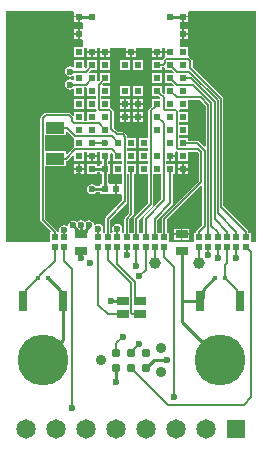
<source format=gtl>
G04*
G04 #@! TF.GenerationSoftware,Altium Limited,Altium Designer,21.6.4 (81)*
G04*
G04 Layer_Physical_Order=1*
G04 Layer_Color=255*
%FSLAX44Y44*%
%MOMM*%
G71*
G04*
G04 #@! TF.SameCoordinates,6D38FECB-4D46-452B-8F31-296BD34E144B*
G04*
G04*
G04 #@! TF.FilePolarity,Positive*
G04*
G01*
G75*
%ADD10C,0.1270*%
%ADD11C,0.2540*%
%ADD15C,0.1520*%
%ADD16R,0.3600X0.3500*%
%ADD17R,0.5500X0.5200*%
%ADD18R,0.8000X1.7000*%
%ADD19R,1.5500X1.0000*%
%ADD21R,1.0200X0.6400*%
%ADD22R,0.6200X0.6200*%
%ADD23R,0.6000X0.6000*%
%ADD24R,1.0000X0.8000*%
%ADD39C,1.0000*%
%ADD40C,0.7900*%
%ADD41C,0.1524*%
%ADD42C,1.6500*%
%ADD43R,1.6500X1.6500*%
%ADD44C,0.9000*%
%ADD45C,4.3000*%
%ADD46C,0.6000*%
G36*
X61730Y394652D02*
Y391762D01*
X66000D01*
Y391000D01*
X66762D01*
Y386730D01*
X68102D01*
X69000Y385832D01*
X69000Y380270D01*
X66762D01*
Y376000D01*
X66000D01*
D01*
X66762D01*
Y371730D01*
X68102D01*
X69000Y370832D01*
X69000Y365270D01*
X61730D01*
Y356730D01*
X70270D01*
Y364000D01*
X72730D01*
Y361762D01*
X77000D01*
X81270D01*
Y364000D01*
X83730D01*
Y361762D01*
X88000D01*
Y361000D01*
D01*
Y361762D01*
X92270D01*
Y364000D01*
X101800D01*
X105730D01*
Y361762D01*
X110000D01*
X114270D01*
Y364000D01*
X127730Y364000D01*
Y361762D01*
X132000D01*
X136270D01*
Y364000D01*
X138730D01*
Y361762D01*
X143000D01*
Y360238D01*
X138730D01*
Y357110D01*
X138377Y356873D01*
X136722Y355218D01*
X136300Y354588D01*
X136237Y354270D01*
X127730D01*
Y345730D01*
X136270D01*
Y348058D01*
X136500D01*
X137243Y348206D01*
X137460Y348350D01*
X138730Y347797D01*
Y345730D01*
X144523D01*
X145810Y344443D01*
X145324Y343270D01*
X138730D01*
Y334730D01*
X144523D01*
X145810Y333443D01*
X145324Y332270D01*
X138730D01*
Y325856D01*
X137557Y325370D01*
X136270Y326657D01*
Y332270D01*
X127730D01*
Y323730D01*
X133343D01*
X134533Y322540D01*
X134007Y321270D01*
X127730D01*
Y315657D01*
X125036Y312964D01*
X124588Y312292D01*
X124430Y311500D01*
Y288270D01*
X116730D01*
Y279730D01*
X124430D01*
Y277270D01*
X116730D01*
Y268730D01*
X124430D01*
Y266270D01*
X116730D01*
Y257730D01*
X124430D01*
Y233357D01*
X112536Y221464D01*
X112088Y220792D01*
X111930Y220000D01*
Y207870D01*
X107942D01*
Y219195D01*
X111373Y222626D01*
X111373Y222627D01*
X111794Y223257D01*
X111942Y224000D01*
Y257730D01*
X114270D01*
Y266270D01*
X106570D01*
Y268730D01*
X114270D01*
Y277270D01*
X106570D01*
Y279730D01*
X114270D01*
Y288270D01*
X106570D01*
Y289250D01*
X106412Y290042D01*
X105963Y290714D01*
X103963Y292714D01*
X103292Y293162D01*
X102500Y293320D01*
X98607D01*
X95100Y296827D01*
Y310610D01*
X94942Y311402D01*
X94494Y312073D01*
X93603Y312964D01*
X92932Y313412D01*
X92270Y313544D01*
Y321270D01*
X84570D01*
Y323730D01*
X92270D01*
Y332270D01*
X85993D01*
X85467Y333540D01*
X86657Y334730D01*
X92270D01*
Y343270D01*
X83730D01*
Y337657D01*
X82443Y336370D01*
X81270Y336856D01*
Y343270D01*
X74856D01*
X74370Y344443D01*
X75657Y345730D01*
X81270D01*
Y354270D01*
X72730D01*
Y348657D01*
X71540Y347467D01*
X70270Y347993D01*
Y354270D01*
X61730D01*
Y348671D01*
X60460Y347992D01*
X59666Y348522D01*
X58000Y348854D01*
X56334Y348522D01*
X54921Y347579D01*
X53978Y346166D01*
X53646Y344500D01*
X53978Y342834D01*
X54921Y341422D01*
X56334Y340478D01*
X58000Y340146D01*
X59666Y340478D01*
X60460Y341008D01*
X61730Y340329D01*
Y337671D01*
X60460Y336992D01*
X59666Y337522D01*
X58000Y337854D01*
X56334Y337522D01*
X54921Y336578D01*
X53978Y335166D01*
X53646Y333500D01*
X53978Y331834D01*
X54921Y330421D01*
X56334Y329478D01*
X58000Y329146D01*
X59666Y329478D01*
X60460Y330008D01*
X61730Y329329D01*
Y323730D01*
X70270D01*
Y331221D01*
X71540Y331399D01*
X72730Y330469D01*
Y323730D01*
X80430D01*
Y321270D01*
X72730D01*
Y312730D01*
X80430D01*
Y312391D01*
X80588Y311598D01*
X80627Y311540D01*
X79948Y310270D01*
X72730D01*
Y302570D01*
X70270D01*
Y310270D01*
X61730D01*
Y307493D01*
X60460Y306967D01*
X58464Y308964D01*
X57792Y309412D01*
X57000Y309570D01*
X37500D01*
X36708Y309412D01*
X36037Y308964D01*
X33537Y306464D01*
X33088Y305792D01*
X32930Y305000D01*
Y218750D01*
X33088Y217958D01*
X33537Y217286D01*
X41683Y209140D01*
X41157Y207870D01*
X40980D01*
Y200130D01*
X39764Y200000D01*
X4078D01*
X4078Y395922D01*
X60730Y395922D01*
X61730Y394652D01*
D02*
G37*
G36*
X173058Y315695D02*
Y281029D01*
X171884Y280543D01*
X166964Y285464D01*
X166292Y285912D01*
X165500Y286070D01*
X158270D01*
Y288270D01*
X150570D01*
Y290730D01*
X158270D01*
Y299270D01*
X150570D01*
Y301730D01*
X158270D01*
Y310270D01*
X150570D01*
Y310610D01*
X150412Y311402D01*
X150373Y311460D01*
X151052Y312730D01*
X158270D01*
Y320558D01*
X168195D01*
X173058Y315695D01*
D02*
G37*
G36*
X61037Y288036D02*
X61708Y287588D01*
X61730Y287583D01*
Y280419D01*
X61707Y280414D01*
X61035Y279965D01*
X55693Y274623D01*
X54520Y275109D01*
Y277020D01*
X37070D01*
Y290480D01*
X54520D01*
Y292894D01*
X55693Y293380D01*
X61037Y288036D01*
D02*
G37*
G36*
X83730Y268730D02*
X85410D01*
Y266270D01*
X83730D01*
Y264590D01*
X81270D01*
Y266270D01*
X72730D01*
Y257730D01*
X81270D01*
Y259410D01*
X83730D01*
Y257730D01*
X85410D01*
Y249120D01*
X83630D01*
Y247340D01*
X80189D01*
X79862Y247829D01*
X78450Y248772D01*
X76784Y249104D01*
X75118Y248772D01*
X73705Y247829D01*
X72761Y246416D01*
X72430Y244750D01*
X72761Y243084D01*
X73705Y241672D01*
X75118Y240728D01*
X76784Y240396D01*
X78450Y240728D01*
X79862Y241672D01*
X80189Y242160D01*
X83630D01*
Y240380D01*
X91360D01*
X92370Y240380D01*
X93640Y240380D01*
X96238D01*
Y244750D01*
Y249120D01*
X93640D01*
X92630Y249120D01*
X91488Y249120D01*
X90590Y250018D01*
Y257730D01*
X92270D01*
Y266270D01*
X90590D01*
Y268730D01*
X92270D01*
Y275004D01*
X93540Y275530D01*
X94730Y274340D01*
Y268730D01*
X102430D01*
Y266270D01*
X94730D01*
Y257730D01*
X102430D01*
Y249626D01*
X101370Y249120D01*
X101160Y249120D01*
X97762D01*
Y244750D01*
Y240380D01*
X101160D01*
X101370Y240380D01*
X102430Y239874D01*
Y235357D01*
X88536Y221464D01*
X88088Y220792D01*
X87930Y220000D01*
Y207870D01*
X86404D01*
X85726Y209140D01*
X86022Y209584D01*
X86354Y211250D01*
X86022Y212916D01*
X85078Y214328D01*
X83666Y215272D01*
X82000Y215604D01*
X80334Y215272D01*
X79549Y214748D01*
X78148Y215283D01*
X78022Y215916D01*
X77078Y217328D01*
X75666Y218272D01*
X74000Y218604D01*
X72334Y218272D01*
X70922Y217328D01*
X70578D01*
X69166Y218272D01*
X67500Y218604D01*
X65834Y218272D01*
X65240Y217876D01*
X64250Y217409D01*
X63260Y217876D01*
X62666Y218272D01*
X61000Y218604D01*
X59334Y218272D01*
X57922Y217328D01*
X56978Y215916D01*
X56646Y214250D01*
X56652Y214223D01*
X55509Y213459D01*
X54666Y214022D01*
X53000Y214354D01*
X51334Y214022D01*
X49921Y213078D01*
X48978Y211666D01*
X48646Y210000D01*
X48715Y209657D01*
X47759Y208612D01*
X47405Y208683D01*
X47044Y208880D01*
X46912Y209542D01*
X46464Y210214D01*
X37070Y219607D01*
Y264480D01*
X54520D01*
Y267436D01*
X54750Y268678D01*
X55543Y268836D01*
X56215Y269285D01*
X60557Y273627D01*
X61730Y273141D01*
Y268730D01*
X70270D01*
Y276428D01*
X72730D01*
Y273762D01*
X77000D01*
X81270D01*
Y276428D01*
X83730D01*
Y268730D01*
D02*
G37*
G36*
X148598Y276838D02*
X149390Y276680D01*
X149730D01*
Y268730D01*
X158270D01*
Y276680D01*
X165893D01*
X167180Y275393D01*
Y252107D01*
X136537Y221464D01*
X136088Y220792D01*
X135930Y220000D01*
Y207870D01*
X132070D01*
Y219143D01*
X144464Y231536D01*
X144912Y232208D01*
X145070Y233000D01*
Y257730D01*
X147270D01*
Y266270D01*
X139570D01*
Y268730D01*
X142238D01*
Y273000D01*
X143000D01*
Y273762D01*
X147270D01*
Y276198D01*
X148540Y276877D01*
X148598Y276838D01*
D02*
G37*
G36*
X135430Y236357D02*
X120536Y221464D01*
X120088Y220792D01*
X119930Y220000D01*
Y207870D01*
X116070D01*
Y219143D01*
X127963Y231036D01*
X128412Y231708D01*
X128570Y232500D01*
Y257730D01*
X135430D01*
Y236357D01*
D02*
G37*
G36*
X108058Y224804D02*
X104627Y221373D01*
X104206Y220743D01*
X104058Y220000D01*
Y207870D01*
X102404D01*
X101726Y209140D01*
X102022Y209584D01*
X102354Y211250D01*
X102022Y212916D01*
X101079Y214328D01*
X99666Y215272D01*
X98000Y215604D01*
X96334Y215272D01*
X94922Y214328D01*
X93978Y212916D01*
X93646Y211250D01*
X93978Y209584D01*
X94274Y209140D01*
X93596Y207870D01*
X92070D01*
Y219143D01*
X105963Y233036D01*
X106412Y233708D01*
X106570Y234500D01*
Y257730D01*
X108058D01*
Y224804D01*
D02*
G37*
G36*
X215922Y200000D02*
X212236D01*
X211020Y200130D01*
Y207870D01*
X209765D01*
X208942Y208750D01*
X208794Y209493D01*
X208373Y210123D01*
X187942Y230555D01*
Y321500D01*
X187794Y322243D01*
X187373Y322873D01*
X161942Y348304D01*
Y353250D01*
X161794Y353993D01*
X161373Y354623D01*
X159123Y356873D01*
X158493Y357295D01*
X158270Y357339D01*
Y365270D01*
X151899D01*
X151001Y366168D01*
X151001Y371730D01*
X153238D01*
Y376000D01*
Y380270D01*
X151899D01*
X151001Y381168D01*
X151001Y386730D01*
X153238D01*
Y391000D01*
X154000D01*
Y391762D01*
X158270D01*
Y395270D01*
X159270Y395922D01*
X215922Y395922D01*
X215922Y200000D01*
D02*
G37*
G36*
X170180Y247594D02*
Y214857D01*
X165536Y210214D01*
X165088Y209542D01*
X164930Y208750D01*
Y207870D01*
X162980D01*
Y200130D01*
X161764Y200000D01*
X143236D01*
X142020Y200130D01*
Y207870D01*
X140070D01*
Y219143D01*
X169007Y248080D01*
X170180Y247594D01*
D02*
G37*
%LPC*%
G36*
X65238Y390238D02*
X61730D01*
Y386730D01*
X65238D01*
Y390238D01*
D02*
G37*
G36*
Y380270D02*
X61730D01*
Y376762D01*
X65238D01*
Y380270D01*
D02*
G37*
G36*
Y375238D02*
X61730D01*
Y371730D01*
X65238D01*
Y375238D01*
D02*
G37*
G36*
X136270Y360238D02*
X132762D01*
Y356730D01*
X136270D01*
Y360238D01*
D02*
G37*
G36*
X131238D02*
X127730D01*
Y356730D01*
X131238D01*
Y360238D01*
D02*
G37*
G36*
X114270D02*
X110762D01*
Y356730D01*
X114270D01*
Y360238D01*
D02*
G37*
G36*
X109238D02*
X105730D01*
Y356730D01*
X109238D01*
Y360238D01*
D02*
G37*
G36*
X92270D02*
X88762D01*
Y356730D01*
X92270D01*
Y360238D01*
D02*
G37*
G36*
X87238D02*
X83730D01*
Y356730D01*
X87238D01*
Y360238D01*
D02*
G37*
G36*
X81270D02*
X77762D01*
Y356730D01*
X81270D01*
Y360238D01*
D02*
G37*
G36*
X76238D02*
X72730D01*
Y356730D01*
X76238D01*
Y360238D01*
D02*
G37*
G36*
X92270Y354270D02*
X83730D01*
Y345730D01*
X92270D01*
Y354270D01*
D02*
G37*
G36*
X119770Y354270D02*
X111230D01*
Y345730D01*
X119770D01*
Y354270D01*
D02*
G37*
G36*
X108770D02*
X100230D01*
Y345730D01*
X108770D01*
Y354270D01*
D02*
G37*
G36*
X136270Y343270D02*
X127730D01*
Y334730D01*
X136270D01*
Y343270D01*
D02*
G37*
G36*
X119770Y332270D02*
X111230D01*
Y323730D01*
X119770D01*
Y332270D01*
D02*
G37*
G36*
X108770D02*
X100230D01*
Y323730D01*
X108770D01*
Y332270D01*
D02*
G37*
G36*
X119770Y321270D02*
X116262D01*
Y317762D01*
X119770D01*
Y321270D01*
D02*
G37*
G36*
X108770D02*
X105262D01*
Y317762D01*
X108770D01*
Y321270D01*
D02*
G37*
G36*
X103738D02*
X100230D01*
Y317762D01*
X103738D01*
Y321270D01*
D02*
G37*
G36*
X114738D02*
X111230D01*
Y317762D01*
X114738D01*
Y321270D01*
D02*
G37*
G36*
X70270Y321270D02*
X61730D01*
Y312730D01*
X70270D01*
Y321270D01*
D02*
G37*
G36*
X119770Y316238D02*
X116262D01*
Y312730D01*
X119770D01*
Y316238D01*
D02*
G37*
G36*
X114738D02*
X111230D01*
Y312730D01*
X114738D01*
Y316238D01*
D02*
G37*
G36*
X108770D02*
X105262D01*
Y312730D01*
X108770D01*
Y316238D01*
D02*
G37*
G36*
X103738D02*
X100230D01*
Y312730D01*
X103738D01*
Y316238D01*
D02*
G37*
G36*
X119770Y310270D02*
X116262D01*
Y306762D01*
X119770D01*
Y310270D01*
D02*
G37*
G36*
X108770D02*
X105262D01*
Y306762D01*
X108770D01*
Y310270D01*
D02*
G37*
G36*
X103738D02*
X100230D01*
Y306762D01*
X103738D01*
Y310270D01*
D02*
G37*
G36*
X114738D02*
X111230D01*
Y306762D01*
X114738D01*
Y310270D01*
D02*
G37*
G36*
X119770Y305238D02*
X116262D01*
Y301730D01*
X119770D01*
Y305238D01*
D02*
G37*
G36*
X114738D02*
X111230D01*
Y301730D01*
X114738D01*
Y305238D01*
D02*
G37*
G36*
X108770D02*
X105262D01*
Y301730D01*
X108770D01*
Y305238D01*
D02*
G37*
G36*
X103738D02*
X100230D01*
Y301730D01*
X103738D01*
Y305238D01*
D02*
G37*
G36*
X81270Y272238D02*
X77762D01*
Y268730D01*
X81270D01*
Y272238D01*
D02*
G37*
G36*
X76238D02*
X72730D01*
Y268730D01*
X76238D01*
Y272238D01*
D02*
G37*
G36*
X70270Y266270D02*
X66762D01*
Y262762D01*
X70270D01*
Y266270D01*
D02*
G37*
G36*
X65238D02*
X61730D01*
Y262762D01*
X65238D01*
Y266270D01*
D02*
G37*
G36*
X70270Y261238D02*
X66762D01*
Y257730D01*
X70270D01*
Y261238D01*
D02*
G37*
G36*
X65238D02*
X61730D01*
Y257730D01*
X65238D01*
Y261238D01*
D02*
G37*
G36*
X147270Y272238D02*
X143762D01*
Y268730D01*
X147270D01*
Y272238D01*
D02*
G37*
G36*
X158270Y266270D02*
X154762D01*
Y262762D01*
X158270D01*
Y266270D01*
D02*
G37*
G36*
X153238D02*
X149730D01*
Y262762D01*
X153238D01*
Y266270D01*
D02*
G37*
G36*
X158270Y261238D02*
X154762D01*
Y257730D01*
X158270D01*
Y261238D01*
D02*
G37*
G36*
X153238D02*
X149730D01*
Y257730D01*
X153238D01*
Y261238D01*
D02*
G37*
G36*
X158270Y390238D02*
X154762D01*
Y386730D01*
X158270D01*
Y390238D01*
D02*
G37*
G36*
Y380270D02*
X154762D01*
Y376762D01*
X158270D01*
Y380270D01*
D02*
G37*
G36*
Y375238D02*
X154762D01*
Y371730D01*
X158270D01*
Y375238D01*
D02*
G37*
G36*
X158870Y211070D02*
X153262D01*
Y207362D01*
X158870D01*
Y211070D01*
D02*
G37*
G36*
X151738D02*
X146130D01*
Y207362D01*
X151738D01*
Y211070D01*
D02*
G37*
G36*
X158870Y205838D02*
X153262D01*
Y202130D01*
X158870D01*
Y205838D01*
D02*
G37*
G36*
X151738D02*
X146130D01*
Y202130D01*
X151738D01*
Y205838D01*
D02*
G37*
%LPD*%
D10*
X132000Y361000D02*
X143000D01*
X139750Y355500D02*
X157750D01*
X138095Y353845D02*
X139750Y355500D01*
X136500Y350000D02*
X138095Y351595D01*
X132000Y350000D02*
X136500D01*
X138095Y351595D02*
Y353845D01*
X157750Y355500D02*
X160000Y353250D01*
X148500Y322500D02*
X169000D01*
X143000Y328000D02*
X148500Y322500D01*
X169000D02*
X175000Y316500D01*
X160000Y347500D02*
Y353250D01*
X154000Y339000D02*
X154000Y339000D01*
X160500D02*
X180500Y319000D01*
X154000Y339000D02*
X160500D01*
X143000Y339000D02*
X148500Y333500D01*
X162000D02*
X177750Y317750D01*
X148500Y333500D02*
X162000D01*
X143000Y350000D02*
X148500Y344500D01*
X159000D02*
X183250Y320250D01*
X148500Y344500D02*
X159000D01*
X177750Y214000D02*
Y317750D01*
Y214000D02*
X183000Y208750D01*
X180500Y219250D02*
Y319000D01*
Y219250D02*
X191000Y208750D01*
X183000Y204000D02*
Y208750D01*
X191000Y204000D02*
Y208750D01*
X183250Y224500D02*
Y320250D01*
Y224500D02*
X199000Y208750D01*
Y204000D02*
Y208750D01*
X186000Y229750D02*
Y321500D01*
Y229750D02*
X207000Y208750D01*
Y204000D02*
Y208750D01*
Y204000D02*
X207000Y204000D01*
X160000Y347500D02*
X186000Y321500D01*
X175000Y204000D02*
Y316500D01*
X106000Y204000D02*
Y220000D01*
X110000Y224000D01*
Y263750D01*
D11*
X88000Y244750D02*
X88000D01*
X76784D02*
X88000D01*
Y263750D02*
Y273000D01*
Y262000D02*
Y263750D01*
Y244750D02*
Y262000D01*
X152500Y150000D02*
X168000D01*
X152500Y132500D02*
Y150000D01*
Y192900D01*
Y132500D02*
X185000Y100000D01*
X102500Y150000D02*
X102500Y150000D01*
X92500Y150000D02*
X102500D01*
X128950Y100000D02*
X140000D01*
X154000Y254500D02*
Y262000D01*
X66000Y391000D02*
X77000D01*
X97300Y82050D02*
Y93750D01*
X97250Y82000D02*
X97300Y82050D01*
X122700Y93750D02*
X128950Y100000D01*
X67500Y186250D02*
Y192900D01*
X168000Y150000D02*
X170730Y152730D01*
Y159930D01*
X180270Y169470D01*
Y169520D01*
X180750Y170000D01*
X180800D01*
X49270Y152730D02*
X52000Y150000D01*
X49270Y152730D02*
Y159930D01*
X39730Y169470D02*
X49270Y159930D01*
X39730Y169470D02*
Y169520D01*
X39250Y170000D02*
X39730Y169520D01*
X39200Y170000D02*
X39250D01*
X35000Y100000D02*
X52000Y117000D01*
Y150000D01*
X143000Y391000D02*
X154000D01*
Y262000D02*
X161500D01*
X77000D02*
X88000D01*
X65600Y206600D02*
X67500D01*
X63670Y208530D02*
X65600Y206600D01*
X63670Y208530D02*
Y211032D01*
X61000Y213702D02*
X63670Y211032D01*
X61000Y213702D02*
Y214250D01*
X67500Y206600D02*
X69400D01*
X71330Y208530D01*
Y210430D01*
X73338Y212438D01*
Y213588D01*
X74000Y214250D01*
X67500Y206600D02*
Y214250D01*
D15*
X211250Y68750D02*
Y191750D01*
X205000Y62500D02*
X211250Y68750D01*
X208990Y194010D02*
X211250Y191750D01*
X208990Y194010D02*
Y194160D01*
X207150Y196000D02*
X208990Y194160D01*
X207000Y196000D02*
X207150D01*
X110000Y139920D02*
X110890Y139030D01*
X117470D01*
X110000Y139920D02*
Y165250D01*
X117470Y139030D02*
X117500Y139000D01*
X90000Y185250D02*
X110000Y165250D01*
X113260Y153240D02*
Y166070D01*
X98000Y181330D02*
X113260Y166070D01*
X98000Y181330D02*
Y196000D01*
X90000Y185250D02*
Y196000D01*
X116500Y150000D02*
X117500D01*
X113260Y153240D02*
X116500Y150000D01*
X82000Y147000D02*
X90000Y139000D01*
X82000Y147000D02*
Y196000D01*
X90000Y139000D02*
X102500D01*
X116500Y171250D02*
X122000Y176750D01*
X110000Y107000D02*
X116750Y113750D01*
X114000Y179750D02*
Y196000D01*
X146297Y68797D02*
Y179203D01*
X106000Y188750D02*
Y196000D01*
X122000Y176750D02*
Y196000D01*
X126500Y232500D02*
Y311500D01*
X114000Y204000D02*
Y220000D01*
X126500Y232500D01*
X82500Y312391D02*
Y333500D01*
X88000Y339000D01*
X154000Y284000D02*
X165500D01*
X154000Y284000D02*
X154000Y284000D01*
X165500D02*
X172250Y277250D01*
X166750Y278750D02*
X169250Y276250D01*
X149390Y278750D02*
X166750D01*
X148500Y279640D02*
Y310610D01*
Y279640D02*
X149390Y278750D01*
X137500Y312390D02*
X138390Y311500D01*
X137500Y312390D02*
Y322500D01*
X138390Y311500D02*
X147610D01*
X137500Y235500D02*
Y300500D01*
X132000Y306000D02*
X137500Y300500D01*
X126500Y311500D02*
X129760Y314760D01*
Y314760D01*
X132000Y317000D01*
X147610Y311500D02*
X148500Y310610D01*
X132000Y328000D02*
X134240Y325760D01*
Y325760D02*
Y325760D01*
Y325760D02*
X137500Y322500D01*
X83391Y311500D02*
X92140D01*
X82500Y312391D02*
X83391Y311500D01*
X93030Y295970D02*
Y310610D01*
X92140Y311500D02*
X93030Y310610D01*
X55250Y296750D02*
X62500Y289500D01*
X45500Y296750D02*
X55250D01*
X93500Y289500D02*
X99000Y284000D01*
X62500Y289500D02*
X93500D01*
X77000Y284000D02*
X87470D01*
X82500Y300500D02*
X88000Y295000D01*
X61750Y300500D02*
X82500D01*
X59750Y302500D02*
Y304750D01*
Y302500D02*
X61750Y300500D01*
X57000Y307500D02*
X59750Y304750D01*
X58000Y333500D02*
X71500D01*
X98000Y204000D02*
Y211250D01*
X97300Y106450D02*
Y114800D01*
X102500Y120000D01*
X110000Y93750D02*
X141250Y62500D01*
X205000D01*
X110000Y106450D02*
Y107000D01*
X199000Y186250D02*
Y196000D01*
X183000Y186250D02*
Y196000D01*
X175000Y189250D02*
Y196000D01*
X138000Y187500D02*
Y196000D01*
Y187500D02*
X146297Y179203D01*
X53000Y184250D02*
X60000Y177250D01*
X53000Y184250D02*
Y196000D01*
X60000Y60000D02*
Y177250D01*
X30800Y170000D02*
X30850D01*
X31840Y170990D01*
Y171040D01*
X45000Y184200D01*
Y196000D01*
X18000Y150000D02*
X20690Y152690D01*
Y159890D01*
X29760Y168960D01*
Y169010D01*
X30750Y170000D01*
X30800D01*
X191000Y182500D02*
Y196000D01*
X189200Y170000D02*
Y180700D01*
X191000Y182500D01*
X199310Y152690D02*
X202000Y150000D01*
X199310Y152690D02*
Y159890D01*
X190240Y168960D02*
X199310Y159890D01*
X190240Y168960D02*
Y169010D01*
X189250Y170000D02*
X190240Y169010D01*
X189200Y170000D02*
X189250D01*
X167000Y182500D02*
Y196000D01*
X130000Y182500D02*
Y196000D01*
X90000Y204000D02*
Y220000D01*
X104500Y234500D02*
Y289250D01*
X90000Y220000D02*
X104500Y234500D01*
X82000Y204000D02*
Y211250D01*
X58000Y344500D02*
X71500D01*
X77000Y350000D01*
X71500Y333500D02*
X77000Y339000D01*
X35000Y218750D02*
Y305000D01*
X45000Y204000D02*
Y208750D01*
X35000Y218750D02*
X45000Y208750D01*
X35000Y305000D02*
X37500Y307500D01*
X53000Y204000D02*
X53000Y204000D01*
X53000Y204000D02*
Y210000D01*
X37500Y307500D02*
X57000D01*
X172250Y214000D02*
Y277250D01*
X167000Y208750D02*
X172250Y214000D01*
X167000Y204000D02*
Y208750D01*
X138000Y220000D02*
X169250Y251250D01*
Y276250D01*
X93030Y295970D02*
X97750Y291250D01*
X102500D02*
X104500Y289250D01*
X97750Y291250D02*
X102500D01*
X130000Y204000D02*
Y220000D01*
X143000Y233000D02*
Y262000D01*
X130000Y220000D02*
X143000Y233000D01*
X122000Y204000D02*
Y220000D01*
X137500Y235500D01*
X138000Y204000D02*
Y220000D01*
D16*
X189200Y170000D02*
D03*
X180800D02*
D03*
X39200Y170000D02*
D03*
X30800D02*
D03*
D17*
X98000Y204000D02*
D03*
Y196000D02*
D03*
X183000D02*
D03*
Y204000D02*
D03*
X90000Y196000D02*
D03*
Y204000D02*
D03*
X106000D02*
D03*
Y196000D02*
D03*
X175000Y204000D02*
D03*
Y196000D02*
D03*
X138000Y204000D02*
D03*
Y196000D02*
D03*
X191000Y204000D02*
D03*
Y196000D02*
D03*
X45000Y204000D02*
D03*
Y196000D02*
D03*
X53000Y204000D02*
D03*
Y196000D02*
D03*
X122000Y204000D02*
D03*
Y196000D02*
D03*
X114000Y204000D02*
D03*
Y196000D02*
D03*
X199000Y204000D02*
D03*
Y196000D02*
D03*
X207000Y204000D02*
D03*
Y196000D02*
D03*
X130000Y204000D02*
D03*
Y196000D02*
D03*
X167000Y204000D02*
D03*
Y196000D02*
D03*
X82000Y204000D02*
D03*
Y196000D02*
D03*
D18*
X168000Y150000D02*
D03*
X202000D02*
D03*
X18000D02*
D03*
X52000D02*
D03*
D19*
X45500Y270750D02*
D03*
Y296750D02*
D03*
D21*
X152500Y192900D02*
D03*
Y206600D02*
D03*
X67500D02*
D03*
Y192900D02*
D03*
D22*
X88000Y244750D02*
D03*
X97000D02*
D03*
D23*
X104500Y350000D02*
D03*
X66000Y391000D02*
D03*
Y376000D02*
D03*
X66000Y361000D02*
D03*
Y350000D02*
D03*
Y339000D02*
D03*
Y328000D02*
D03*
Y317000D02*
D03*
Y306000D02*
D03*
Y295000D02*
D03*
Y284000D02*
D03*
Y273000D02*
D03*
Y262000D02*
D03*
X77000Y391000D02*
D03*
X77000Y361000D02*
D03*
Y350000D02*
D03*
Y339000D02*
D03*
Y328000D02*
D03*
Y317000D02*
D03*
Y306000D02*
D03*
Y295000D02*
D03*
Y284000D02*
D03*
Y273000D02*
D03*
Y262000D02*
D03*
X88000Y361000D02*
D03*
Y350000D02*
D03*
Y339000D02*
D03*
Y328000D02*
D03*
Y317000D02*
D03*
Y306000D02*
D03*
Y295000D02*
D03*
Y273000D02*
D03*
Y262000D02*
D03*
X99000Y284000D02*
D03*
Y273000D02*
D03*
Y262000D02*
D03*
X110000Y361000D02*
D03*
X104500Y328000D02*
D03*
Y306000D02*
D03*
X110000Y284000D02*
D03*
Y273000D02*
D03*
Y262000D02*
D03*
X121000Y284000D02*
D03*
Y273000D02*
D03*
Y262000D02*
D03*
X132000Y361000D02*
D03*
Y350000D02*
D03*
Y339000D02*
D03*
Y328000D02*
D03*
Y317000D02*
D03*
Y306000D02*
D03*
Y295000D02*
D03*
Y273000D02*
D03*
Y262000D02*
D03*
X143000Y391000D02*
D03*
X143000Y361000D02*
D03*
Y350000D02*
D03*
Y339000D02*
D03*
Y328000D02*
D03*
Y317000D02*
D03*
Y306000D02*
D03*
Y295000D02*
D03*
Y284000D02*
D03*
Y273000D02*
D03*
Y262000D02*
D03*
X154000Y391000D02*
D03*
Y376000D02*
D03*
Y361000D02*
D03*
Y350000D02*
D03*
Y339000D02*
D03*
Y328000D02*
D03*
Y317000D02*
D03*
Y306000D02*
D03*
Y295000D02*
D03*
Y284000D02*
D03*
Y273000D02*
D03*
Y262000D02*
D03*
X104500Y317000D02*
D03*
X115500Y350000D02*
D03*
Y328000D02*
D03*
Y306000D02*
D03*
Y317000D02*
D03*
D24*
X102500Y150000D02*
D03*
X117500D02*
D03*
Y139000D02*
D03*
X102500D02*
D03*
D39*
X167000Y182500D02*
D03*
X130000D02*
D03*
D40*
X97300Y93750D02*
D03*
Y106450D02*
D03*
X110000Y93750D02*
D03*
Y106450D02*
D03*
X122700Y93750D02*
D03*
Y106450D02*
D03*
D41*
X54750Y270750D02*
X62500Y278500D01*
X45500Y270750D02*
X54750D01*
X62500Y278500D02*
X93500D01*
X99000Y273000D01*
D42*
X21100Y42200D02*
D03*
X46500D02*
D03*
X148100D02*
D03*
X173500D02*
D03*
X122700D02*
D03*
X97300D02*
D03*
X71900D02*
D03*
D43*
X198900D02*
D03*
D44*
X84600Y100100D02*
D03*
X135400Y110260D02*
D03*
Y89940D02*
D03*
D45*
X35000Y100000D02*
D03*
X185000D02*
D03*
D46*
X74750Y182250D02*
D03*
X92500Y150000D02*
D03*
X116500Y171250D02*
D03*
X114000Y179750D02*
D03*
X116750Y113750D02*
D03*
X140000Y100000D02*
D03*
X146297Y68797D02*
D03*
X106000Y188750D02*
D03*
X154000Y254500D02*
D03*
X57500Y283750D02*
D03*
X41500D02*
D03*
X123750Y317000D02*
D03*
X115500Y298250D02*
D03*
X207500Y392500D02*
D03*
Y377500D02*
D03*
Y362500D02*
D03*
Y347500D02*
D03*
Y332500D02*
D03*
Y317500D02*
D03*
Y302500D02*
D03*
Y287500D02*
D03*
Y272500D02*
D03*
Y257500D02*
D03*
Y242500D02*
D03*
Y227500D02*
D03*
X192500Y392500D02*
D03*
Y377500D02*
D03*
Y362500D02*
D03*
Y347500D02*
D03*
Y332500D02*
D03*
Y317500D02*
D03*
Y302500D02*
D03*
Y287500D02*
D03*
Y272500D02*
D03*
Y257500D02*
D03*
Y242500D02*
D03*
X177500Y392500D02*
D03*
Y377500D02*
D03*
Y362500D02*
D03*
Y347500D02*
D03*
X162500Y392500D02*
D03*
Y377500D02*
D03*
Y362500D02*
D03*
Y317500D02*
D03*
Y302500D02*
D03*
Y272500D02*
D03*
Y227500D02*
D03*
X117500Y242500D02*
D03*
X87500Y227500D02*
D03*
X72500D02*
D03*
X57500Y392500D02*
D03*
Y377500D02*
D03*
Y362500D02*
D03*
Y317500D02*
D03*
Y242500D02*
D03*
Y227500D02*
D03*
X42500Y392500D02*
D03*
Y377500D02*
D03*
Y362500D02*
D03*
Y347500D02*
D03*
Y332500D02*
D03*
Y317500D02*
D03*
Y257500D02*
D03*
Y242500D02*
D03*
Y227500D02*
D03*
X27500Y392500D02*
D03*
Y377500D02*
D03*
Y362500D02*
D03*
Y347500D02*
D03*
Y332500D02*
D03*
Y317500D02*
D03*
Y302500D02*
D03*
Y287500D02*
D03*
Y272500D02*
D03*
Y257500D02*
D03*
Y242500D02*
D03*
Y227500D02*
D03*
X12500Y392500D02*
D03*
Y377500D02*
D03*
Y362500D02*
D03*
Y347500D02*
D03*
Y332500D02*
D03*
Y317500D02*
D03*
Y302500D02*
D03*
Y287500D02*
D03*
Y272500D02*
D03*
Y257500D02*
D03*
Y242500D02*
D03*
Y227500D02*
D03*
X87470Y284000D02*
D03*
X58000Y333500D02*
D03*
X97250Y82000D02*
D03*
X211250Y212500D02*
D03*
X169500Y287750D02*
D03*
X169750Y310000D02*
D03*
X162500Y291250D02*
D03*
X166250Y238750D02*
D03*
X148750Y240000D02*
D03*
X132000Y242500D02*
D03*
Y252500D02*
D03*
X118750D02*
D03*
X116250Y231250D02*
D03*
X104500Y226250D02*
D03*
X66000Y256250D02*
D03*
X58250Y263750D02*
D03*
X76784Y244750D02*
D03*
X92970Y236500D02*
D03*
X12500Y203250D02*
D03*
X27500D02*
D03*
Y212500D02*
D03*
X12500D02*
D03*
X98000Y211250D02*
D03*
X102500Y120000D02*
D03*
X199000Y186250D02*
D03*
X183000D02*
D03*
X175000Y189250D02*
D03*
X67500Y186250D02*
D03*
X60000Y60000D02*
D03*
X104500Y298250D02*
D03*
X96250Y317000D02*
D03*
Y328000D02*
D03*
X123750D02*
D03*
Y339250D02*
D03*
X115500D02*
D03*
X104500D02*
D03*
X96250D02*
D03*
X123750Y350000D02*
D03*
X96250D02*
D03*
X117500Y360750D02*
D03*
X124500D02*
D03*
X102500D02*
D03*
X95500D02*
D03*
X82000Y211250D02*
D03*
X58000Y344500D02*
D03*
X53000Y210000D02*
D03*
X161500Y262000D02*
D03*
X146250Y214250D02*
D03*
X158750D02*
D03*
X152500D02*
D03*
X61000D02*
D03*
X74000D02*
D03*
X67500D02*
D03*
M02*

</source>
